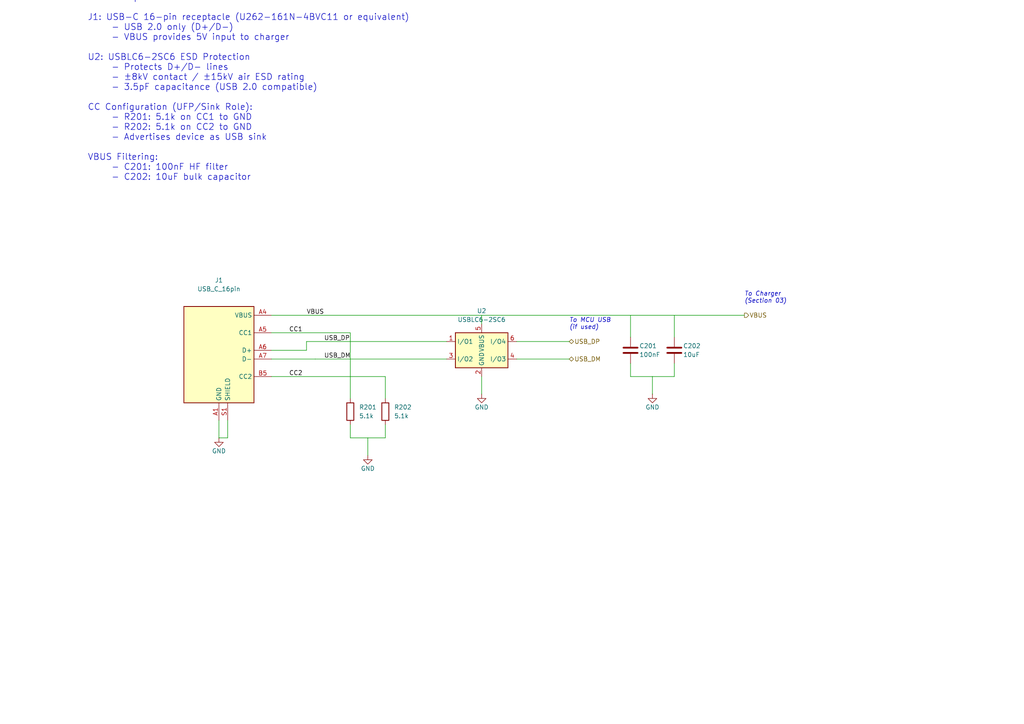
<source format=kicad_sch>
(kicad_sch (version 20231120) (generator "eeschema") (generator_version "8.0")
  (paper "A4")
  (title_block (title "Section 02: USB-C Input") (date "2026-01-28") (rev "0.2") (company "IMSAFE Project") (comment 1 "USB-C receptacle with ESD protection") (comment 2 "CC resistors for UFP (sink) role"))
  (lib_symbols
    (symbol "Connector:USB_C_Receptacle_USB2.0"
      (property "Reference" "J" (at 0 16.51 0))
      (property "Value" "USB_C_Receptacle_USB2.0" (at 0 13.97 0))
      (symbol "USB_C_Receptacle_USB2.0_0_0"
        (rectangle (start -10.16 12.7) (end 10.16 -15.24) (stroke (width 0.254)) (fill (type background)))
      )
      (symbol "USB_C_Receptacle_USB2.0_1_1"
        (pin power_out line (at 15.24 10.16 180) (length 5.08) (name "VBUS") (number "A4"))
        (pin bidirectional line (at 15.24 5.08 180) (length 5.08) (name "CC1") (number "A5"))
        (pin bidirectional line (at 15.24 0 180) (length 5.08) (name "D+") (number "A6"))
        (pin bidirectional line (at 15.24 -2.54 180) (length 5.08) (name "D-") (number "A7"))
        (pin bidirectional line (at 15.24 -7.62 180) (length 5.08) (name "CC2") (number "B5"))
        (pin passive line (at 0 -20.32 90) (length 5.08) (name "GND") (number "A1"))
        (pin passive line (at 2.54 -20.32 90) (length 5.08) (name "SHIELD") (number "S1"))
      )
    )
    (symbol "Power_Protection:USBLC6-2SC6"
      (property "Reference" "U" (at 0 8.89 0))
      (property "Value" "USBLC6-2SC6" (at 0 6.35 0))
      (symbol "USBLC6-2SC6_0_1"
        (rectangle (start -7.62 5.08) (end 7.62 -5.08) (stroke (width 0.254)) (fill (type background)))
      )
      (symbol "USBLC6-2SC6_1_1"
        (pin passive line (at -10.16 2.54 0) (length 2.54) (name "I/O1") (number "1"))
        (pin power_in line (at 0 -7.62 90) (length 2.54) (name "GND") (number "2"))
        (pin passive line (at -10.16 -2.54 0) (length 2.54) (name "I/O2") (number "3"))
        (pin passive line (at 10.16 -2.54 180) (length 2.54) (name "I/O3") (number "4"))
        (pin power_in line (at 0 7.62 270) (length 2.54) (name "VBUS") (number "5"))
        (pin passive line (at 10.16 2.54 180) (length 2.54) (name "I/O4") (number "6"))
      )
    )
    (symbol "Device:C" (pin_numbers hide) (pin_names (offset 0.254))
      (property "Reference" "C" (at 0.635 2.54 0))
      (property "Value" "C" (at 0.635 -2.54 0))
      (symbol "C_0_1"
        (polyline (pts (xy -2.032 -0.762) (xy 2.032 -0.762)) (stroke (width 0.508)))
        (polyline (pts (xy -2.032 0.762) (xy 2.032 0.762)) (stroke (width 0.508)))
      )
      (symbol "C_1_1"
        (pin passive line (at 0 3.81 270) (length 2.794) (name "~") (number "1"))
        (pin passive line (at 0 -3.81 90) (length 2.794) (name "~") (number "2"))
      )
    )
    (symbol "Device:R" (pin_numbers hide) (pin_names (offset 0))
      (property "Reference" "R" (at 2.032 0 90))
      (property "Value" "R" (at 0 0 90))
      (symbol "R_0_1"
        (rectangle (start -1.016 -2.54) (end 1.016 2.54) (stroke (width 0.254)))
      )
      (symbol "R_1_1"
        (pin passive line (at 0 3.81 270) (length 1.27) (name "~") (number "1"))
        (pin passive line (at 0 -3.81 90) (length 1.27) (name "~") (number "2"))
      )
    )
    (symbol "power:GND" (power) (pin_numbers hide) (pin_names (offset 0) hide)
      (property "Value" "GND" (at 0 -3.81 0))
      (symbol "GND_0_1"
        (polyline (pts (xy 0 0) (xy 0 -1.27) (xy 1.27 -1.27) (xy 0 -2.54) (xy -1.27 -1.27) (xy 0 -1.27)))
      )
      (symbol "GND_1_1"
        (pin power_in line (at 0 0 270) (length 0) (name "GND") (number "1"))
      )
    )
  )
  (text "USB-C Input Section\n\nJ1: USB-C 16-pin receptacle (U262-161N-4BVC11 or equivalent)\n     - USB 2.0 only (D+/D-)\n     - VBUS provides 5V input to charger\n\nU2: USBLC6-2SC6 ESD Protection\n     - Protects D+/D- lines\n     - ±8kV contact / ±15kV air ESD rating\n     - 3.5pF capacitance (USB 2.0 compatible)\n\nCC Configuration (UFP/Sink Role):\n     - R201: 5.1k on CC1 to GND\n     - R202: 5.1k on CC2 to GND\n     - Advertises device as USB sink\n\nVBUS Filtering:\n     - C201: 100nF HF filter\n     - C202: 10uF bulk capacitor" (at 25.4 25.4 0) (effects (font (size 1.8 1.8)) (justify left)))
  (symbol (lib_id "Connector:USB_C_Receptacle_USB2.0") (at 63.5 101.6 0) (unit 1)
    (property "Reference" "J1" (at 63.5 81.28 0))
    (property "Value" "USB_C_16pin" (at 63.5 83.82 0))
    (property "Footprint" "Connector_USB:USB_C_Receptacle_HRO_TYPE-C-31-M-12" (effects hide))
    (property "JLCPCB" "C2765186" (effects hide))
  )
  (symbol (lib_id "Power_Protection:USBLC6-2SC6") (at 139.7 101.6 0) (unit 1)
    (property "Reference" "U2" (at 139.7 90.17 0))
    (property "Value" "USBLC6-2SC6" (at 139.7 92.71 0))
    (property "Footprint" "Package_TO_SOT_SMD:SOT-23-6" (effects hide))
    (property "Datasheet" "https://www.st.com/resource/en/datasheet/usblc6-2.pdf" (effects hide))
    (property "JLCPCB" "C7519" (effects hide))
  )
  (symbol (lib_id "Device:R") (at 101.6 119.38 0) (unit 1)
    (property "Reference" "R201" (at 104.14 118.11 0) (effects (justify left)))
    (property "Value" "5.1k" (at 104.14 120.65 0) (effects (justify left)))
    (property "Footprint" "Resistor_SMD:R_0603_1608Metric" (effects hide))
    (property "JLCPCB" "C23186" (effects hide))
  )
  (symbol (lib_id "Device:R") (at 111.76 119.38 0) (unit 1)
    (property "Reference" "R202" (at 114.3 118.11 0) (effects (justify left)))
    (property "Value" "5.1k" (at 114.3 120.65 0) (effects (justify left)))
    (property "Footprint" "Resistor_SMD:R_0603_1608Metric" (effects hide))
    (property "JLCPCB" "C23186" (effects hide))
  )
  (symbol (lib_id "Device:C") (at 182.88 101.6 0) (unit 1)
    (property "Reference" "C201" (at 185.42 100.33 0) (effects (justify left)))
    (property "Value" "100nF" (at 185.42 102.87 0) (effects (justify left)))
    (property "Footprint" "Capacitor_SMD:C_0603_1608Metric" (effects hide))
    (property "JLCPCB" "C14663" (effects hide))
  )
  (symbol (lib_id "Device:C") (at 195.58 101.6 0) (unit 1)
    (property "Reference" "C202" (at 198.12 100.33 0) (effects (justify left)))
    (property "Value" "10uF" (at 198.12 102.87 0) (effects (justify left)))
    (property "Footprint" "Capacitor_SMD:C_0805_2012Metric" (effects hide))
    (property "JLCPCB" "C15850" (effects hide))
  )
  (symbol (lib_id "power:GND") (at 63.5 127 0) (unit 1)
    (property "Reference" "#PWR0201" (effects hide))
    (property "Value" "GND" (at 63.5 130.81 0))
  )
  (symbol (lib_id "power:GND") (at 139.7 114.3 0) (unit 1)
    (property "Reference" "#PWR0202" (effects hide))
    (property "Value" "GND" (at 139.7 118.11 0))
  )
  (symbol (lib_id "power:GND") (at 106.68 132.08 0) (unit 1)
    (property "Reference" "#PWR0203" (effects hide))
    (property "Value" "GND" (at 106.68 135.89 0))
  )
  (symbol (lib_id "power:GND") (at 189.23 114.3 0) (unit 1)
    (property "Reference" "#PWR0204" (effects hide))
    (property "Value" "GND" (at 189.23 118.11 0))
  )
  (wire (pts (xy 63.5 121.92) (xy 63.5 127)))
  (wire (pts (xy 66.04 121.92) (xy 66.04 127)))
  (wire (pts (xy 66.04 127) (xy 63.5 127)))
  (wire (pts (xy 78.74 91.44) (xy 88.9 91.44)))
  (wire (pts (xy 88.9 91.44) (xy 139.7 91.44)))
  (wire (pts (xy 139.7 91.44) (xy 139.7 93.98)))
  (wire (pts (xy 139.7 91.44) (xy 182.88 91.44)))
  (wire (pts (xy 182.88 91.44) (xy 182.88 97.79)))
  (wire (pts (xy 182.88 91.44) (xy 195.58 91.44)))
  (wire (pts (xy 195.58 91.44) (xy 195.58 97.79)))
  (wire (pts (xy 195.58 91.44) (xy 215.9 91.44)))
  (wire (pts (xy 78.74 96.52) (xy 101.6 96.52)))
  (wire (pts (xy 101.6 96.52) (xy 101.6 115.57)))
  (wire (pts (xy 78.74 109.22) (xy 111.76 109.22)))
  (wire (pts (xy 111.76 109.22) (xy 111.76 115.57)))
  (wire (pts (xy 101.6 123.19) (xy 101.6 127)))
  (wire (pts (xy 111.76 123.19) (xy 111.76 127)))
  (wire (pts (xy 101.6 127) (xy 106.68 127)))
  (wire (pts (xy 106.68 127) (xy 111.76 127)))
  (wire (pts (xy 106.68 127) (xy 106.68 132.08)))
  (wire (pts (xy 78.74 101.6) (xy 88.9 101.6)))
  (wire (pts (xy 88.9 101.6) (xy 88.9 99.06)))
  (wire (pts (xy 88.9 99.06) (xy 129.54 99.06)))
  (wire (pts (xy 149.86 99.06) (xy 165.1 99.06)))
  (wire (pts (xy 78.74 104.14) (xy 91.44 104.14)))
  (wire (pts (xy 91.44 104.14) (xy 129.54 104.14)))
  (wire (pts (xy 149.86 104.14) (xy 165.1 104.14)))
  (wire (pts (xy 139.7 109.22) (xy 139.7 114.3)))
  (wire (pts (xy 182.88 105.41) (xy 182.88 109.22)))
  (wire (pts (xy 195.58 105.41) (xy 195.58 109.22)))
  (wire (pts (xy 182.88 109.22) (xy 189.23 109.22)))
  (wire (pts (xy 189.23 109.22) (xy 195.58 109.22)))
  (wire (pts (xy 189.23 109.22) (xy 189.23 114.3)))
  (label "VBUS" (at 88.9 91.44 0))
  (label "USB_DP" (at 93.98 99.06 0))
  (label "USB_DM" (at 93.98 104.14 0))
  (label "CC1" (at 83.82 96.52 0))
  (label "CC2" (at 83.82 109.22 0))
  (hierarchical_label "VBUS" (shape output) (at 215.9 91.44 0))
  (hierarchical_label "USB_DP" (shape bidirectional) (at 165.1 99.06 0))
  (hierarchical_label "USB_DM" (shape bidirectional) (at 165.1 104.14 0))
  (text "To Charger\n(Section 03)" (at 215.9 86.36 0) (effects (font (size 1.27 1.27) (italic yes)) (justify left)))
  (text "To MCU USB\n(if used)" (at 165.1 93.98 0) (effects (font (size 1.27 1.27) (italic yes)) (justify left)))
)
</source>
